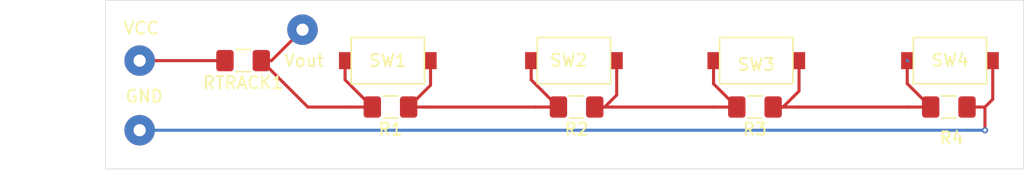
<source format=kicad_pcb>
(kicad_pcb (version 20171130) (host pcbnew 5.1.4)

  (general
    (thickness 1.6)
    (drawings 4)
    (tracks 41)
    (zones 0)
    (modules 12)
    (nets 7)
  )

  (page A4)
  (layers
    (0 F.Cu signal)
    (31 B.Cu signal)
    (32 B.Adhes user)
    (33 F.Adhes user)
    (34 B.Paste user)
    (35 F.Paste user)
    (36 B.SilkS user)
    (37 F.SilkS user)
    (38 B.Mask user)
    (39 F.Mask user)
    (40 Dwgs.User user)
    (41 Cmts.User user)
    (42 Eco1.User user)
    (43 Eco2.User user)
    (44 Edge.Cuts user)
    (45 Margin user)
    (46 B.CrtYd user)
    (47 F.CrtYd user)
    (48 B.Fab user)
    (49 F.Fab user)
  )

  (setup
    (last_trace_width 0.25)
    (trace_clearance 0.2)
    (zone_clearance 0.508)
    (zone_45_only no)
    (trace_min 0.1524)
    (via_size 0.508)
    (via_drill 0.254)
    (via_min_size 0.508)
    (via_min_drill 0.254)
    (uvia_size 0.508)
    (uvia_drill 0.254)
    (uvias_allowed no)
    (uvia_min_size 0.508)
    (uvia_min_drill 0.254)
    (edge_width 0.05)
    (segment_width 0.2)
    (pcb_text_width 0.3)
    (pcb_text_size 1.5 1.5)
    (mod_edge_width 0.12)
    (mod_text_size 1 1)
    (mod_text_width 0.15)
    (pad_size 2.49936 2.49936)
    (pad_drill 1.00076)
    (pad_to_mask_clearance 0.0508)
    (solder_mask_min_width 0.101)
    (aux_axis_origin 0 0)
    (visible_elements FFFFFF7F)
    (pcbplotparams
      (layerselection 0x3d0ff_ffffffff)
      (usegerberextensions false)
      (usegerberattributes false)
      (usegerberadvancedattributes false)
      (creategerberjobfile false)
      (excludeedgelayer true)
      (linewidth 0.100000)
      (plotframeref false)
      (viasonmask false)
      (mode 1)
      (useauxorigin false)
      (hpglpennumber 1)
      (hpglpenspeed 20)
      (hpglpendiameter 15.000000)
      (psnegative false)
      (psa4output false)
      (plotreference true)
      (plotvalue false)
      (plotinvisibletext false)
      (padsonsilk false)
      (subtractmaskfromsilk false)
      (outputformat 1)
      (mirror false)
      (drillshape 0)
      (scaleselection 1)
      (outputdirectory "gerber/"))
  )

  (net 0 "")
  (net 1 vout)
  (net 2 "Net-(R1-Pad1)")
  (net 3 "Net-(R2-Pad1)")
  (net 4 "Net-(R3-Pad1)")
  (net 5 GND)
  (net 6 VCC)

  (net_class Default "This is the default net class."
    (clearance 0.2)
    (trace_width 0.25)
    (via_dia 0.508)
    (via_drill 0.254)
    (uvia_dia 0.508)
    (uvia_drill 0.254)
    (add_net GND)
    (add_net "Net-(R1-Pad1)")
    (add_net "Net-(R2-Pad1)")
    (add_net "Net-(R3-Pad1)")
    (add_net VCC)
    (add_net vout)
  )

  (module Connector_Wire:SolderWirePad_1x01_Drill1mm (layer F.Cu) (tedit 5DD1D18F) (tstamp 5DD1D172)
    (at 108.585 97.79)
    (descr "Wire solder connection")
    (tags connector)
    (attr virtual)
    (fp_text reference Vout (at 0.127 2.54) (layer F.SilkS)
      (effects (font (size 1 1) (thickness 0.15)))
    )
    (fp_text value SolderWirePad_1x01_Drill1mm (at 0 3.175) (layer F.Fab)
      (effects (font (size 1 1) (thickness 0.15)))
    )
    (fp_text user %R (at 0 0) (layer F.Fab)
      (effects (font (size 1 1) (thickness 0.15)))
    )
    (fp_line (start -1.75 -1.75) (end 1.75 -1.75) (layer F.CrtYd) (width 0.05))
    (fp_line (start -1.75 -1.75) (end -1.75 1.75) (layer F.CrtYd) (width 0.05))
    (fp_line (start 1.75 1.75) (end 1.75 -1.75) (layer F.CrtYd) (width 0.05))
    (fp_line (start 1.75 1.75) (end -1.75 1.75) (layer F.CrtYd) (width 0.05))
    (pad 1 thru_hole circle (at 0 0) (size 2.49936 2.49936) (drill 1.00076) (layers *.Cu *.Mask)
      (net 1 vout))
  )

  (module Connector_Wire:SolderWirePad_1x01_Drill1mm (layer F.Cu) (tedit 5D55E3EF) (tstamp 5D5641E9)
    (at 95.25 106.045)
    (descr "Wire solder connection")
    (tags connector)
    (attr virtual)
    (fp_text reference GND (at 0.381 -2.794) (layer F.SilkS)
      (effects (font (size 1 1) (thickness 0.15)))
    )
    (fp_text value SolderWirePad_1x01_Drill1mm (at 0 3.175) (layer F.Fab)
      (effects (font (size 1 1) (thickness 0.15)))
    )
    (fp_text user %R (at 0 0) (layer F.Fab)
      (effects (font (size 1 1) (thickness 0.15)))
    )
    (fp_line (start -1.75 -1.75) (end 1.75 -1.75) (layer F.CrtYd) (width 0.05))
    (fp_line (start -1.75 -1.75) (end -1.75 1.75) (layer F.CrtYd) (width 0.05))
    (fp_line (start 1.75 1.75) (end 1.75 -1.75) (layer F.CrtYd) (width 0.05))
    (fp_line (start 1.75 1.75) (end -1.75 1.75) (layer F.CrtYd) (width 0.05))
    (pad 1 thru_hole circle (at 0 0) (size 2.49936 2.49936) (drill 1.00076) (layers *.Cu *.Mask)
      (net 5 GND))
  )

  (module Connector_Wire:SolderWirePad_1x01_Drill1mm (layer F.Cu) (tedit 5D55E4AE) (tstamp 5D5641E7)
    (at 95.25 100.33)
    (descr "Wire solder connection")
    (tags connector)
    (attr virtual)
    (fp_text reference VCC (at 0.127 -2.667) (layer F.SilkS)
      (effects (font (size 1 1) (thickness 0.15)))
    )
    (fp_text value SolderWirePad_1x01_Drill1mm (at 0 3.175) (layer F.Fab)
      (effects (font (size 1 1) (thickness 0.15)))
    )
    (fp_line (start 1.75 1.75) (end -1.75 1.75) (layer F.CrtYd) (width 0.05))
    (fp_line (start 1.75 1.75) (end 1.75 -1.75) (layer F.CrtYd) (width 0.05))
    (fp_line (start -1.75 -1.75) (end -1.75 1.75) (layer F.CrtYd) (width 0.05))
    (fp_line (start -1.75 -1.75) (end 1.75 -1.75) (layer F.CrtYd) (width 0.05))
    (fp_text user %R (at 0 0) (layer F.Fab)
      (effects (font (size 1 1) (thickness 0.15)))
    )
    (pad 1 thru_hole circle (at 0 0) (size 2.49936 2.49936) (drill 1.00076) (layers *.Cu *.Mask)
      (net 6 VCC))
  )

  (module Read-Rope:R_1206_3216Metric_Pad1.42x1.75mm_HandSolder (layer F.Cu) (tedit 5B301BBD) (tstamp 5DD1F937)
    (at 115.7875 104.14 180)
    (descr "Resistor SMD 1206 (3216 Metric), square (rectangular) end terminal, IPC_7351 nominal with elongated pad for handsoldering. (Body size source: http://www.tortai-tech.com/upload/download/2011102023233369053.pdf), generated with kicad-footprint-generator")
    (tags "resistor handsolder")
    (path /5D4CAD56)
    (attr smd)
    (fp_text reference R1 (at 0 -1.82) (layer F.SilkS)
      (effects (font (size 1 1) (thickness 0.15)))
    )
    (fp_text value 9k (at 0 1.82) (layer F.Fab)
      (effects (font (size 1 1) (thickness 0.15)))
    )
    (fp_text user %R (at 0 0) (layer F.Fab)
      (effects (font (size 0.8 0.8) (thickness 0.12)))
    )
    (fp_line (start 2.45 1.12) (end -2.45 1.12) (layer F.CrtYd) (width 0.05))
    (fp_line (start 2.45 -1.12) (end 2.45 1.12) (layer F.CrtYd) (width 0.05))
    (fp_line (start -2.45 -1.12) (end 2.45 -1.12) (layer F.CrtYd) (width 0.05))
    (fp_line (start -2.45 1.12) (end -2.45 -1.12) (layer F.CrtYd) (width 0.05))
    (fp_line (start -0.602064 0.91) (end 0.602064 0.91) (layer F.SilkS) (width 0.12))
    (fp_line (start -0.602064 -0.91) (end 0.602064 -0.91) (layer F.SilkS) (width 0.12))
    (fp_line (start 1.6 0.8) (end -1.6 0.8) (layer F.Fab) (width 0.1))
    (fp_line (start 1.6 -0.8) (end 1.6 0.8) (layer F.Fab) (width 0.1))
    (fp_line (start -1.6 -0.8) (end 1.6 -0.8) (layer F.Fab) (width 0.1))
    (fp_line (start -1.6 0.8) (end -1.6 -0.8) (layer F.Fab) (width 0.1))
    (pad 2 smd roundrect (at 1.4875 0 180) (size 1.425 1.75) (layers F.Cu F.Paste F.Mask) (roundrect_rratio 0.175439)
      (net 1 vout))
    (pad 1 smd roundrect (at -1.4875 0 180) (size 1.425 1.75) (layers F.Cu F.Paste F.Mask) (roundrect_rratio 0.175439)
      (net 2 "Net-(R1-Pad1)"))
    (model ${KISYS3DMOD}/Resistor_SMD.3dshapes/R_1206_3216Metric.wrl
      (at (xyz 0 0 0))
      (scale (xyz 1 1 1))
      (rotate (xyz 0 0 0))
    )
  )

  (module Read-Rope:R_1206_3216Metric_Pad1.42x1.75mm_HandSolder (layer F.Cu) (tedit 5B301BBD) (tstamp 5DD1F948)
    (at 131.0275 104.14 180)
    (descr "Resistor SMD 1206 (3216 Metric), square (rectangular) end terminal, IPC_7351 nominal with elongated pad for handsoldering. (Body size source: http://www.tortai-tech.com/upload/download/2011102023233369053.pdf), generated with kicad-footprint-generator")
    (tags "resistor handsolder")
    (path /5D4CB39D)
    (attr smd)
    (fp_text reference R2 (at 0 -1.82) (layer F.SilkS)
      (effects (font (size 1 1) (thickness 0.15)))
    )
    (fp_text value 7k (at 0 1.82) (layer F.Fab)
      (effects (font (size 1 1) (thickness 0.15)))
    )
    (fp_line (start -1.6 0.8) (end -1.6 -0.8) (layer F.Fab) (width 0.1))
    (fp_line (start -1.6 -0.8) (end 1.6 -0.8) (layer F.Fab) (width 0.1))
    (fp_line (start 1.6 -0.8) (end 1.6 0.8) (layer F.Fab) (width 0.1))
    (fp_line (start 1.6 0.8) (end -1.6 0.8) (layer F.Fab) (width 0.1))
    (fp_line (start -0.602064 -0.91) (end 0.602064 -0.91) (layer F.SilkS) (width 0.12))
    (fp_line (start -0.602064 0.91) (end 0.602064 0.91) (layer F.SilkS) (width 0.12))
    (fp_line (start -2.45 1.12) (end -2.45 -1.12) (layer F.CrtYd) (width 0.05))
    (fp_line (start -2.45 -1.12) (end 2.45 -1.12) (layer F.CrtYd) (width 0.05))
    (fp_line (start 2.45 -1.12) (end 2.45 1.12) (layer F.CrtYd) (width 0.05))
    (fp_line (start 2.45 1.12) (end -2.45 1.12) (layer F.CrtYd) (width 0.05))
    (fp_text user %R (at 0 0) (layer F.Fab)
      (effects (font (size 0.8 0.8) (thickness 0.12)))
    )
    (pad 1 smd roundrect (at -1.4875 0 180) (size 1.425 1.75) (layers F.Cu F.Paste F.Mask) (roundrect_rratio 0.175439)
      (net 3 "Net-(R2-Pad1)"))
    (pad 2 smd roundrect (at 1.4875 0 180) (size 1.425 1.75) (layers F.Cu F.Paste F.Mask) (roundrect_rratio 0.175439)
      (net 2 "Net-(R1-Pad1)"))
    (model ${KISYS3DMOD}/Resistor_SMD.3dshapes/R_1206_3216Metric.wrl
      (at (xyz 0 0 0))
      (scale (xyz 1 1 1))
      (rotate (xyz 0 0 0))
    )
  )

  (module Read-Rope:R_1206_3216Metric_Pad1.42x1.75mm_HandSolder (layer F.Cu) (tedit 5B301BBD) (tstamp 5DD1F959)
    (at 145.6325 104.14 180)
    (descr "Resistor SMD 1206 (3216 Metric), square (rectangular) end terminal, IPC_7351 nominal with elongated pad for handsoldering. (Body size source: http://www.tortai-tech.com/upload/download/2011102023233369053.pdf), generated with kicad-footprint-generator")
    (tags "resistor handsolder")
    (path /5D4CBA2B)
    (attr smd)
    (fp_text reference R3 (at 0 -1.82) (layer F.SilkS)
      (effects (font (size 1 1) (thickness 0.15)))
    )
    (fp_text value 3k (at 0 1.82) (layer F.Fab)
      (effects (font (size 1 1) (thickness 0.15)))
    )
    (fp_text user %R (at 0 0) (layer F.Fab)
      (effects (font (size 0.8 0.8) (thickness 0.12)))
    )
    (fp_line (start 2.45 1.12) (end -2.45 1.12) (layer F.CrtYd) (width 0.05))
    (fp_line (start 2.45 -1.12) (end 2.45 1.12) (layer F.CrtYd) (width 0.05))
    (fp_line (start -2.45 -1.12) (end 2.45 -1.12) (layer F.CrtYd) (width 0.05))
    (fp_line (start -2.45 1.12) (end -2.45 -1.12) (layer F.CrtYd) (width 0.05))
    (fp_line (start -0.602064 0.91) (end 0.602064 0.91) (layer F.SilkS) (width 0.12))
    (fp_line (start -0.602064 -0.91) (end 0.602064 -0.91) (layer F.SilkS) (width 0.12))
    (fp_line (start 1.6 0.8) (end -1.6 0.8) (layer F.Fab) (width 0.1))
    (fp_line (start 1.6 -0.8) (end 1.6 0.8) (layer F.Fab) (width 0.1))
    (fp_line (start -1.6 -0.8) (end 1.6 -0.8) (layer F.Fab) (width 0.1))
    (fp_line (start -1.6 0.8) (end -1.6 -0.8) (layer F.Fab) (width 0.1))
    (pad 2 smd roundrect (at 1.4875 0 180) (size 1.425 1.75) (layers F.Cu F.Paste F.Mask) (roundrect_rratio 0.175439)
      (net 3 "Net-(R2-Pad1)"))
    (pad 1 smd roundrect (at -1.4875 0 180) (size 1.425 1.75) (layers F.Cu F.Paste F.Mask) (roundrect_rratio 0.175439)
      (net 4 "Net-(R3-Pad1)"))
    (model ${KISYS3DMOD}/Resistor_SMD.3dshapes/R_1206_3216Metric.wrl
      (at (xyz 0 0 0))
      (scale (xyz 1 1 1))
      (rotate (xyz 0 0 0))
    )
  )

  (module Read-Rope:R_1206_3216Metric_Pad1.42x1.75mm_HandSolder (layer F.Cu) (tedit 5B301BBD) (tstamp 5DD1F96A)
    (at 161.5075 104.14 180)
    (descr "Resistor SMD 1206 (3216 Metric), square (rectangular) end terminal, IPC_7351 nominal with elongated pad for handsoldering. (Body size source: http://www.tortai-tech.com/upload/download/2011102023233369053.pdf), generated with kicad-footprint-generator")
    (tags "resistor handsolder")
    (path /5D4D0253)
    (attr smd)
    (fp_text reference R4 (at -0.2175 -2.54) (layer F.SilkS)
      (effects (font (size 1 1) (thickness 0.15)))
    )
    (fp_text value 1k (at 0 1.82) (layer F.Fab)
      (effects (font (size 1 1) (thickness 0.15)))
    )
    (fp_line (start -1.6 0.8) (end -1.6 -0.8) (layer F.Fab) (width 0.1))
    (fp_line (start -1.6 -0.8) (end 1.6 -0.8) (layer F.Fab) (width 0.1))
    (fp_line (start 1.6 -0.8) (end 1.6 0.8) (layer F.Fab) (width 0.1))
    (fp_line (start 1.6 0.8) (end -1.6 0.8) (layer F.Fab) (width 0.1))
    (fp_line (start -0.602064 -0.91) (end 0.602064 -0.91) (layer F.SilkS) (width 0.12))
    (fp_line (start -0.602064 0.91) (end 0.602064 0.91) (layer F.SilkS) (width 0.12))
    (fp_line (start -2.45 1.12) (end -2.45 -1.12) (layer F.CrtYd) (width 0.05))
    (fp_line (start -2.45 -1.12) (end 2.45 -1.12) (layer F.CrtYd) (width 0.05))
    (fp_line (start 2.45 -1.12) (end 2.45 1.12) (layer F.CrtYd) (width 0.05))
    (fp_line (start 2.45 1.12) (end -2.45 1.12) (layer F.CrtYd) (width 0.05))
    (fp_text user %R (at 0 0) (layer F.Fab)
      (effects (font (size 0.8 0.8) (thickness 0.12)))
    )
    (pad 1 smd roundrect (at -1.4875 0 180) (size 1.425 1.75) (layers F.Cu F.Paste F.Mask) (roundrect_rratio 0.175439)
      (net 5 GND))
    (pad 2 smd roundrect (at 1.4875 0 180) (size 1.425 1.75) (layers F.Cu F.Paste F.Mask) (roundrect_rratio 0.175439)
      (net 4 "Net-(R3-Pad1)"))
    (model ${KISYS3DMOD}/Resistor_SMD.3dshapes/R_1206_3216Metric.wrl
      (at (xyz 0 0 0))
      (scale (xyz 1 1 1))
      (rotate (xyz 0 0 0))
    )
  )

  (module Read-Rope:R_1206_3216Metric_Pad1.42x1.75mm_HandSolder (layer F.Cu) (tedit 5B301BBD) (tstamp 5DD1F97B)
    (at 103.7225 100.33 180)
    (descr "Resistor SMD 1206 (3216 Metric), square (rectangular) end terminal, IPC_7351 nominal with elongated pad for handsoldering. (Body size source: http://www.tortai-tech.com/upload/download/2011102023233369053.pdf), generated with kicad-footprint-generator")
    (tags "resistor handsolder")
    (path /5D4C9F08)
    (attr smd)
    (fp_text reference RTRACK1 (at 0 -1.82) (layer F.SilkS)
      (effects (font (size 1 1) (thickness 0.15)))
    )
    (fp_text value 20k (at 0 1.82) (layer F.Fab)
      (effects (font (size 1 1) (thickness 0.15)))
    )
    (fp_line (start -1.6 0.8) (end -1.6 -0.8) (layer F.Fab) (width 0.1))
    (fp_line (start -1.6 -0.8) (end 1.6 -0.8) (layer F.Fab) (width 0.1))
    (fp_line (start 1.6 -0.8) (end 1.6 0.8) (layer F.Fab) (width 0.1))
    (fp_line (start 1.6 0.8) (end -1.6 0.8) (layer F.Fab) (width 0.1))
    (fp_line (start -0.602064 -0.91) (end 0.602064 -0.91) (layer F.SilkS) (width 0.12))
    (fp_line (start -0.602064 0.91) (end 0.602064 0.91) (layer F.SilkS) (width 0.12))
    (fp_line (start -2.45 1.12) (end -2.45 -1.12) (layer F.CrtYd) (width 0.05))
    (fp_line (start -2.45 -1.12) (end 2.45 -1.12) (layer F.CrtYd) (width 0.05))
    (fp_line (start 2.45 -1.12) (end 2.45 1.12) (layer F.CrtYd) (width 0.05))
    (fp_line (start 2.45 1.12) (end -2.45 1.12) (layer F.CrtYd) (width 0.05))
    (fp_text user %R (at 0 0) (layer F.Fab)
      (effects (font (size 0.8 0.8) (thickness 0.12)))
    )
    (pad 1 smd roundrect (at -1.4875 0 180) (size 1.425 1.75) (layers F.Cu F.Paste F.Mask) (roundrect_rratio 0.175439)
      (net 1 vout))
    (pad 2 smd roundrect (at 1.4875 0 180) (size 1.425 1.75) (layers F.Cu F.Paste F.Mask) (roundrect_rratio 0.175439)
      (net 6 VCC))
    (model ${KISYS3DMOD}/Resistor_SMD.3dshapes/R_1206_3216Metric.wrl
      (at (xyz 0 0 0))
      (scale (xyz 1 1 1))
      (rotate (xyz 0 0 0))
    )
  )

  (module Read-Rope:KSR221GNCLFS-SMT-NCSPST (layer F.Cu) (tedit 5D54BFBE) (tstamp 5DD1F9A2)
    (at 115.57 100.33)
    (path /5D4C9BC0)
    (fp_text reference SW1 (at 0 0) (layer F.SilkS)
      (effects (font (size 1 1) (thickness 0.15)))
    )
    (fp_text value SW_SPST (at 0 3.81) (layer F.Fab)
      (effects (font (size 1 1) (thickness 0.15)))
    )
    (fp_line (start 3.302 2.159) (end 3.302 2.032) (layer F.CrtYd) (width 0.12))
    (fp_line (start -3.302 2.159) (end 3.302 2.159) (layer F.CrtYd) (width 0.12))
    (fp_line (start -3.302 2.032) (end -3.302 2.159) (layer F.CrtYd) (width 0.12))
    (fp_line (start -3.302 -2.159) (end -3.302 -2.032) (layer F.CrtYd) (width 0.12))
    (fp_line (start 3.302 -2.159) (end -3.302 -2.159) (layer F.CrtYd) (width 0.12))
    (fp_line (start 3.302 -2.032) (end 3.302 -2.159) (layer F.CrtYd) (width 0.12))
    (fp_line (start 3.302 0.889) (end 3.302 2.032) (layer F.CrtYd) (width 0.12))
    (fp_line (start 4.191 0.889) (end 3.302 0.889) (layer F.CrtYd) (width 0.12))
    (fp_line (start 4.191 0.762) (end 4.191 0.889) (layer F.CrtYd) (width 0.12))
    (fp_line (start 3.302 -0.889) (end 3.302 -2.032) (layer F.CrtYd) (width 0.12))
    (fp_line (start 4.191 -0.889) (end 3.302 -0.889) (layer F.CrtYd) (width 0.12))
    (fp_line (start 4.191 -0.762) (end 4.191 -0.889) (layer F.CrtYd) (width 0.12))
    (fp_line (start -3.302 -0.889) (end -3.302 -2.032) (layer F.CrtYd) (width 0.12))
    (fp_line (start -4.191 -0.889) (end -3.302 -0.889) (layer F.CrtYd) (width 0.12))
    (fp_line (start -4.191 0.889) (end -4.191 -0.889) (layer F.CrtYd) (width 0.12))
    (fp_line (start -3.302 0.889) (end -4.191 0.889) (layer F.CrtYd) (width 0.12))
    (fp_line (start -3.302 2.032) (end -3.302 0.889) (layer F.CrtYd) (width 0.12))
    (fp_line (start 4.191 -0.762) (end 4.191 0.762) (layer F.CrtYd) (width 0.12))
    (fp_line (start 3.81 0.508) (end 3.048 0.508) (layer F.Fab) (width 0.12))
    (fp_line (start 3.81 -0.508) (end 3.81 0.508) (layer F.Fab) (width 0.12))
    (fp_line (start 3.048 -0.508) (end 3.81 -0.508) (layer F.Fab) (width 0.12))
    (fp_line (start -3.81 0.508) (end -3.048 0.508) (layer F.Fab) (width 0.12))
    (fp_line (start -3.81 -0.508) (end -3.81 0.508) (layer F.Fab) (width 0.12))
    (fp_line (start -3.048 -0.508) (end -3.81 -0.508) (layer F.Fab) (width 0.12))
    (fp_line (start -3.048 1.778) (end -3.048 0) (layer F.Fab) (width 0.12))
    (fp_line (start 3.048 1.778) (end -3.048 1.778) (layer F.Fab) (width 0.12))
    (fp_line (start 3.048 -1.778) (end 3.048 1.778) (layer F.Fab) (width 0.12))
    (fp_line (start -3.048 -1.778) (end 3.048 -1.778) (layer F.Fab) (width 0.12))
    (fp_line (start -3.048 0) (end -3.048 -1.778) (layer F.Fab) (width 0.12))
    (fp_line (start -3 1.9) (end -3 -1.9) (layer F.SilkS) (width 0.12))
    (fp_line (start -3 1.9) (end 3 1.9) (layer F.SilkS) (width 0.12))
    (fp_line (start 3 -1.9) (end 3 1.9) (layer F.SilkS) (width 0.12))
    (fp_line (start -3 -1.9) (end 3 -1.9) (layer F.SilkS) (width 0.12))
    (pad 2 smd rect (at 3.5 0) (size 1 1.4) (layers F.Cu F.Paste F.Mask)
      (net 2 "Net-(R1-Pad1)"))
    (pad 1 smd rect (at -3.5 0) (size 1 1.4) (layers F.Cu F.Paste F.Mask)
      (net 1 vout))
  )

  (module Read-Rope:KSR221GNCLFS-SMT-NCSPST (layer F.Cu) (tedit 5D54BFBE) (tstamp 5DD1F9C9)
    (at 130.81 100.33)
    (path /5D4CB397)
    (fp_text reference SW2 (at -0.441001 -0.029001) (layer F.SilkS)
      (effects (font (size 1 1) (thickness 0.15)))
    )
    (fp_text value SW_SPST (at 0 3.81) (layer F.Fab)
      (effects (font (size 1 1) (thickness 0.15)))
    )
    (fp_line (start -3 -1.9) (end 3 -1.9) (layer F.SilkS) (width 0.12))
    (fp_line (start 3 -1.9) (end 3 1.9) (layer F.SilkS) (width 0.12))
    (fp_line (start -3 1.9) (end 3 1.9) (layer F.SilkS) (width 0.12))
    (fp_line (start -3 1.9) (end -3 -1.9) (layer F.SilkS) (width 0.12))
    (fp_line (start -3.048 0) (end -3.048 -1.778) (layer F.Fab) (width 0.12))
    (fp_line (start -3.048 -1.778) (end 3.048 -1.778) (layer F.Fab) (width 0.12))
    (fp_line (start 3.048 -1.778) (end 3.048 1.778) (layer F.Fab) (width 0.12))
    (fp_line (start 3.048 1.778) (end -3.048 1.778) (layer F.Fab) (width 0.12))
    (fp_line (start -3.048 1.778) (end -3.048 0) (layer F.Fab) (width 0.12))
    (fp_line (start -3.048 -0.508) (end -3.81 -0.508) (layer F.Fab) (width 0.12))
    (fp_line (start -3.81 -0.508) (end -3.81 0.508) (layer F.Fab) (width 0.12))
    (fp_line (start -3.81 0.508) (end -3.048 0.508) (layer F.Fab) (width 0.12))
    (fp_line (start 3.048 -0.508) (end 3.81 -0.508) (layer F.Fab) (width 0.12))
    (fp_line (start 3.81 -0.508) (end 3.81 0.508) (layer F.Fab) (width 0.12))
    (fp_line (start 3.81 0.508) (end 3.048 0.508) (layer F.Fab) (width 0.12))
    (fp_line (start 4.191 -0.762) (end 4.191 0.762) (layer F.CrtYd) (width 0.12))
    (fp_line (start -3.302 2.032) (end -3.302 0.889) (layer F.CrtYd) (width 0.12))
    (fp_line (start -3.302 0.889) (end -4.191 0.889) (layer F.CrtYd) (width 0.12))
    (fp_line (start -4.191 0.889) (end -4.191 -0.889) (layer F.CrtYd) (width 0.12))
    (fp_line (start -4.191 -0.889) (end -3.302 -0.889) (layer F.CrtYd) (width 0.12))
    (fp_line (start -3.302 -0.889) (end -3.302 -2.032) (layer F.CrtYd) (width 0.12))
    (fp_line (start 4.191 -0.762) (end 4.191 -0.889) (layer F.CrtYd) (width 0.12))
    (fp_line (start 4.191 -0.889) (end 3.302 -0.889) (layer F.CrtYd) (width 0.12))
    (fp_line (start 3.302 -0.889) (end 3.302 -2.032) (layer F.CrtYd) (width 0.12))
    (fp_line (start 4.191 0.762) (end 4.191 0.889) (layer F.CrtYd) (width 0.12))
    (fp_line (start 4.191 0.889) (end 3.302 0.889) (layer F.CrtYd) (width 0.12))
    (fp_line (start 3.302 0.889) (end 3.302 2.032) (layer F.CrtYd) (width 0.12))
    (fp_line (start 3.302 -2.032) (end 3.302 -2.159) (layer F.CrtYd) (width 0.12))
    (fp_line (start 3.302 -2.159) (end -3.302 -2.159) (layer F.CrtYd) (width 0.12))
    (fp_line (start -3.302 -2.159) (end -3.302 -2.032) (layer F.CrtYd) (width 0.12))
    (fp_line (start -3.302 2.032) (end -3.302 2.159) (layer F.CrtYd) (width 0.12))
    (fp_line (start -3.302 2.159) (end 3.302 2.159) (layer F.CrtYd) (width 0.12))
    (fp_line (start 3.302 2.159) (end 3.302 2.032) (layer F.CrtYd) (width 0.12))
    (pad 1 smd rect (at -3.5 0) (size 1 1.4) (layers F.Cu F.Paste F.Mask)
      (net 2 "Net-(R1-Pad1)"))
    (pad 2 smd rect (at 3.5 0) (size 1 1.4) (layers F.Cu F.Paste F.Mask)
      (net 3 "Net-(R2-Pad1)"))
  )

  (module Read-Rope:KSR221GNCLFS-SMT-NCSPST (layer F.Cu) (tedit 5D54BFBE) (tstamp 5DD1F9F0)
    (at 145.74 100.33)
    (path /5D4CBA25)
    (fp_text reference SW3 (at 0 0.320999) (layer F.SilkS)
      (effects (font (size 1 1) (thickness 0.15)))
    )
    (fp_text value SW_SPST (at 0 3.81) (layer F.Fab)
      (effects (font (size 1 1) (thickness 0.15)))
    )
    (fp_line (start 3.302 2.159) (end 3.302 2.032) (layer F.CrtYd) (width 0.12))
    (fp_line (start -3.302 2.159) (end 3.302 2.159) (layer F.CrtYd) (width 0.12))
    (fp_line (start -3.302 2.032) (end -3.302 2.159) (layer F.CrtYd) (width 0.12))
    (fp_line (start -3.302 -2.159) (end -3.302 -2.032) (layer F.CrtYd) (width 0.12))
    (fp_line (start 3.302 -2.159) (end -3.302 -2.159) (layer F.CrtYd) (width 0.12))
    (fp_line (start 3.302 -2.032) (end 3.302 -2.159) (layer F.CrtYd) (width 0.12))
    (fp_line (start 3.302 0.889) (end 3.302 2.032) (layer F.CrtYd) (width 0.12))
    (fp_line (start 4.191 0.889) (end 3.302 0.889) (layer F.CrtYd) (width 0.12))
    (fp_line (start 4.191 0.762) (end 4.191 0.889) (layer F.CrtYd) (width 0.12))
    (fp_line (start 3.302 -0.889) (end 3.302 -2.032) (layer F.CrtYd) (width 0.12))
    (fp_line (start 4.191 -0.889) (end 3.302 -0.889) (layer F.CrtYd) (width 0.12))
    (fp_line (start 4.191 -0.762) (end 4.191 -0.889) (layer F.CrtYd) (width 0.12))
    (fp_line (start -3.302 -0.889) (end -3.302 -2.032) (layer F.CrtYd) (width 0.12))
    (fp_line (start -4.191 -0.889) (end -3.302 -0.889) (layer F.CrtYd) (width 0.12))
    (fp_line (start -4.191 0.889) (end -4.191 -0.889) (layer F.CrtYd) (width 0.12))
    (fp_line (start -3.302 0.889) (end -4.191 0.889) (layer F.CrtYd) (width 0.12))
    (fp_line (start -3.302 2.032) (end -3.302 0.889) (layer F.CrtYd) (width 0.12))
    (fp_line (start 4.191 -0.762) (end 4.191 0.762) (layer F.CrtYd) (width 0.12))
    (fp_line (start 3.81 0.508) (end 3.048 0.508) (layer F.Fab) (width 0.12))
    (fp_line (start 3.81 -0.508) (end 3.81 0.508) (layer F.Fab) (width 0.12))
    (fp_line (start 3.048 -0.508) (end 3.81 -0.508) (layer F.Fab) (width 0.12))
    (fp_line (start -3.81 0.508) (end -3.048 0.508) (layer F.Fab) (width 0.12))
    (fp_line (start -3.81 -0.508) (end -3.81 0.508) (layer F.Fab) (width 0.12))
    (fp_line (start -3.048 -0.508) (end -3.81 -0.508) (layer F.Fab) (width 0.12))
    (fp_line (start -3.048 1.778) (end -3.048 0) (layer F.Fab) (width 0.12))
    (fp_line (start 3.048 1.778) (end -3.048 1.778) (layer F.Fab) (width 0.12))
    (fp_line (start 3.048 -1.778) (end 3.048 1.778) (layer F.Fab) (width 0.12))
    (fp_line (start -3.048 -1.778) (end 3.048 -1.778) (layer F.Fab) (width 0.12))
    (fp_line (start -3.048 0) (end -3.048 -1.778) (layer F.Fab) (width 0.12))
    (fp_line (start -3 1.9) (end -3 -1.9) (layer F.SilkS) (width 0.12))
    (fp_line (start -3 1.9) (end 3 1.9) (layer F.SilkS) (width 0.12))
    (fp_line (start 3 -1.9) (end 3 1.9) (layer F.SilkS) (width 0.12))
    (fp_line (start -3 -1.9) (end 3 -1.9) (layer F.SilkS) (width 0.12))
    (pad 2 smd rect (at 3.5 0) (size 1 1.4) (layers F.Cu F.Paste F.Mask)
      (net 4 "Net-(R3-Pad1)"))
    (pad 1 smd rect (at -3.5 0) (size 1 1.4) (layers F.Cu F.Paste F.Mask)
      (net 3 "Net-(R2-Pad1)"))
  )

  (module Read-Rope:KSR221GNCLFS-SMT-NCSPST (layer F.Cu) (tedit 5D54BFBE) (tstamp 5DD1FA17)
    (at 161.6 100.33)
    (path /5D4D024D)
    (fp_text reference SW4 (at 0 -0.029001) (layer F.SilkS)
      (effects (font (size 1 1) (thickness 0.15)))
    )
    (fp_text value SW_SPST (at 0 3.81) (layer F.Fab)
      (effects (font (size 1 1) (thickness 0.15)))
    )
    (fp_line (start -3 -1.9) (end 3 -1.9) (layer F.SilkS) (width 0.12))
    (fp_line (start 3 -1.9) (end 3 1.9) (layer F.SilkS) (width 0.12))
    (fp_line (start -3 1.9) (end 3 1.9) (layer F.SilkS) (width 0.12))
    (fp_line (start -3 1.9) (end -3 -1.9) (layer F.SilkS) (width 0.12))
    (fp_line (start -3.048 0) (end -3.048 -1.778) (layer F.Fab) (width 0.12))
    (fp_line (start -3.048 -1.778) (end 3.048 -1.778) (layer F.Fab) (width 0.12))
    (fp_line (start 3.048 -1.778) (end 3.048 1.778) (layer F.Fab) (width 0.12))
    (fp_line (start 3.048 1.778) (end -3.048 1.778) (layer F.Fab) (width 0.12))
    (fp_line (start -3.048 1.778) (end -3.048 0) (layer F.Fab) (width 0.12))
    (fp_line (start -3.048 -0.508) (end -3.81 -0.508) (layer F.Fab) (width 0.12))
    (fp_line (start -3.81 -0.508) (end -3.81 0.508) (layer F.Fab) (width 0.12))
    (fp_line (start -3.81 0.508) (end -3.048 0.508) (layer F.Fab) (width 0.12))
    (fp_line (start 3.048 -0.508) (end 3.81 -0.508) (layer F.Fab) (width 0.12))
    (fp_line (start 3.81 -0.508) (end 3.81 0.508) (layer F.Fab) (width 0.12))
    (fp_line (start 3.81 0.508) (end 3.048 0.508) (layer F.Fab) (width 0.12))
    (fp_line (start 4.191 -0.762) (end 4.191 0.762) (layer F.CrtYd) (width 0.12))
    (fp_line (start -3.302 2.032) (end -3.302 0.889) (layer F.CrtYd) (width 0.12))
    (fp_line (start -3.302 0.889) (end -4.191 0.889) (layer F.CrtYd) (width 0.12))
    (fp_line (start -4.191 0.889) (end -4.191 -0.889) (layer F.CrtYd) (width 0.12))
    (fp_line (start -4.191 -0.889) (end -3.302 -0.889) (layer F.CrtYd) (width 0.12))
    (fp_line (start -3.302 -0.889) (end -3.302 -2.032) (layer F.CrtYd) (width 0.12))
    (fp_line (start 4.191 -0.762) (end 4.191 -0.889) (layer F.CrtYd) (width 0.12))
    (fp_line (start 4.191 -0.889) (end 3.302 -0.889) (layer F.CrtYd) (width 0.12))
    (fp_line (start 3.302 -0.889) (end 3.302 -2.032) (layer F.CrtYd) (width 0.12))
    (fp_line (start 4.191 0.762) (end 4.191 0.889) (layer F.CrtYd) (width 0.12))
    (fp_line (start 4.191 0.889) (end 3.302 0.889) (layer F.CrtYd) (width 0.12))
    (fp_line (start 3.302 0.889) (end 3.302 2.032) (layer F.CrtYd) (width 0.12))
    (fp_line (start 3.302 -2.032) (end 3.302 -2.159) (layer F.CrtYd) (width 0.12))
    (fp_line (start 3.302 -2.159) (end -3.302 -2.159) (layer F.CrtYd) (width 0.12))
    (fp_line (start -3.302 -2.159) (end -3.302 -2.032) (layer F.CrtYd) (width 0.12))
    (fp_line (start -3.302 2.032) (end -3.302 2.159) (layer F.CrtYd) (width 0.12))
    (fp_line (start -3.302 2.159) (end 3.302 2.159) (layer F.CrtYd) (width 0.12))
    (fp_line (start 3.302 2.159) (end 3.302 2.032) (layer F.CrtYd) (width 0.12))
    (pad 1 smd rect (at -3.5 0) (size 1 1.4) (layers F.Cu F.Paste F.Mask)
      (net 4 "Net-(R3-Pad1)"))
    (pad 2 smd rect (at 3.5 0) (size 1 1.4) (layers F.Cu F.Paste F.Mask)
      (net 5 GND))
  )

  (gr_line (start 92.456 109.22) (end 167.64 109.22) (layer Edge.Cuts) (width 0.05))
  (gr_line (start 167.64 109.22) (end 167.64 95.377) (layer Edge.Cuts) (width 0.05))
  (gr_line (start 167.64 95.377) (end 92.456 95.377) (layer Edge.Cuts) (width 0.05))
  (gr_line (start 92.456 95.377) (end 92.456 109.22) (layer Edge.Cuts) (width 0.05))

  (segment (start 109.02 104.14) (end 105.21 100.33) (width 0.25) (layer F.Cu) (net 1))
  (segment (start 112.395 104.14) (end 109.02 104.14) (width 0.25) (layer F.Cu) (net 1))
  (segment (start 112.395 104.14) (end 114.3 104.14) (width 0.25) (layer F.Cu) (net 1))
  (segment (start 112.07 101.91) (end 114.3 104.14) (width 0.25) (layer F.Cu) (net 1))
  (segment (start 112.07 100.33) (end 112.07 101.91) (width 0.25) (layer F.Cu) (net 1))
  (segment (start 106.045 100.33) (end 108.585 97.79) (width 0.25) (layer F.Cu) (net 1))
  (segment (start 105.21 100.33) (end 106.045 100.33) (width 0.25) (layer F.Cu) (net 1))
  (segment (start 118.745 104.14) (end 117.275 104.14) (width 0.25) (layer F.Cu) (net 2))
  (segment (start 129.54 104.14) (end 127.635 104.14) (width 0.25) (layer F.Cu) (net 2))
  (segment (start 127.635 104.14) (end 118.745 104.14) (width 0.25) (layer F.Cu) (net 2))
  (segment (start 119.07 102.345) (end 117.275 104.14) (width 0.25) (layer F.Cu) (net 2))
  (segment (start 119.07 100.33) (end 119.07 102.345) (width 0.25) (layer F.Cu) (net 2))
  (segment (start 127.31 101.91) (end 129.54 104.14) (width 0.25) (layer F.Cu) (net 2))
  (segment (start 127.31 100.33) (end 127.31 101.91) (width 0.25) (layer F.Cu) (net 2))
  (segment (start 133.985 104.14) (end 132.515 104.14) (width 0.25) (layer F.Cu) (net 3))
  (segment (start 142.24 104.14) (end 144.145 104.14) (width 0.25) (layer F.Cu) (net 3))
  (segment (start 142.24 104.14) (end 133.985 104.14) (width 0.25) (layer F.Cu) (net 3))
  (segment (start 134.31 101.28) (end 134.31 100.33) (width 0.25) (layer F.Cu) (net 3))
  (segment (start 133.3275 104.14) (end 134.31 103.1575) (width 0.25) (layer F.Cu) (net 3))
  (segment (start 134.31 103.1575) (end 134.31 101.28) (width 0.25) (layer F.Cu) (net 3))
  (segment (start 132.515 104.14) (end 133.3275 104.14) (width 0.25) (layer F.Cu) (net 3))
  (segment (start 142.24 102.235) (end 144.145 104.14) (width 0.25) (layer F.Cu) (net 3))
  (segment (start 142.24 100.33) (end 142.24 102.235) (width 0.25) (layer F.Cu) (net 3))
  (segment (start 149.225 104.14) (end 147.12 104.14) (width 0.25) (layer F.Cu) (net 4))
  (segment (start 149.225 104.14) (end 158.115 104.14) (width 0.25) (layer F.Cu) (net 4))
  (segment (start 158.115 104.14) (end 160.02 104.14) (width 0.25) (layer F.Cu) (net 4))
  (segment (start 158.115 100.345) (end 158.1 100.33) (width 0.25) (layer B.Cu) (net 4))
  (segment (start 149.24 101.28) (end 149.24 100.33) (width 0.25) (layer F.Cu) (net 4))
  (segment (start 149.24 102.8325) (end 149.24 101.28) (width 0.25) (layer F.Cu) (net 4))
  (segment (start 147.9325 104.14) (end 149.24 102.8325) (width 0.25) (layer F.Cu) (net 4))
  (segment (start 147.12 104.14) (end 147.9325 104.14) (width 0.25) (layer F.Cu) (net 4))
  (segment (start 158.1 102.22) (end 160.02 104.14) (width 0.25) (layer F.Cu) (net 4))
  (segment (start 158.1 100.33) (end 158.1 102.22) (width 0.25) (layer F.Cu) (net 4))
  (segment (start 162.995 104.14) (end 164.465 104.14) (width 0.25) (layer F.Cu) (net 5))
  (segment (start 165.1 100.33) (end 165.1 103.505) (width 0.25) (layer F.Cu) (net 5))
  (segment (start 165.1 103.505) (end 164.465 104.14) (width 0.25) (layer F.Cu) (net 5))
  (via (at 164.465 106.045) (size 0.508) (drill 0.254) (layers F.Cu B.Cu) (net 5))
  (segment (start 164.465 104.14) (end 164.465 106.045) (width 0.25) (layer F.Cu) (net 5))
  (segment (start 97.155 106.045) (end 95.25 106.045) (width 0.25) (layer B.Cu) (net 5))
  (segment (start 164.465 106.045) (end 97.155 106.045) (width 0.25) (layer B.Cu) (net 5))
  (segment (start 95.25 100.33) (end 102.235 100.33) (width 0.25) (layer F.Cu) (net 6))

)

</source>
